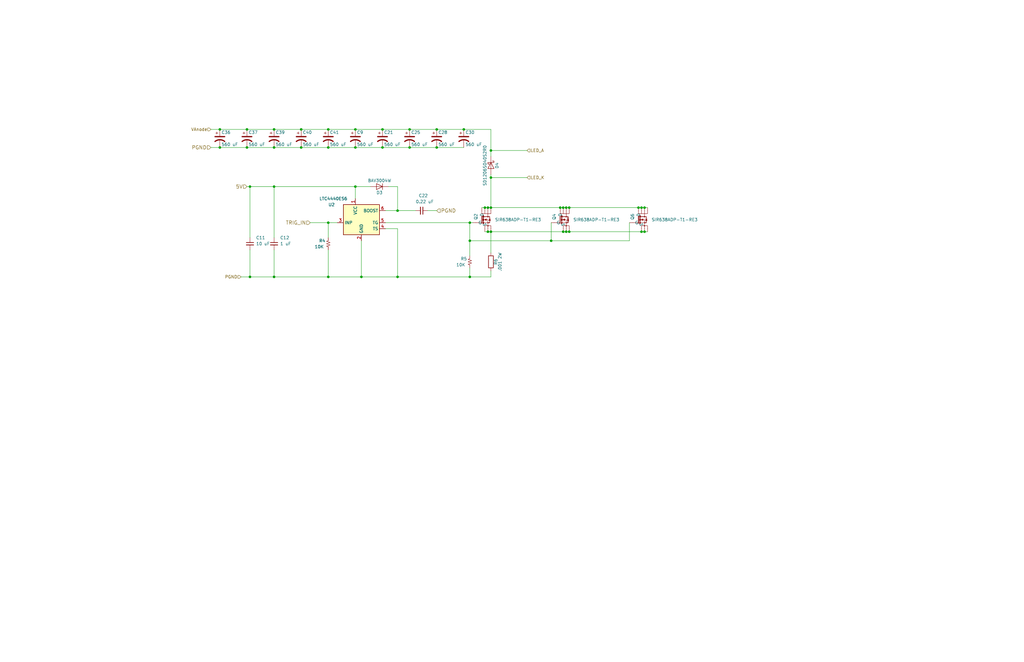
<source format=kicad_sch>
(kicad_sch (version 20230121) (generator eeschema)
  (paper "B")
  (title_block (title "BUM2 LED Controller") (date "2023-01-10") (rev "B"))
  (lib_symbols
    (symbol "CBT-140-Control-rescue:CP1" (pin_numbers hide) (pin_names (offset 0.254) hide)
      (property "Reference" "C" (at 0.635 2.54 0))
      (property "Value" "CP1" (at 0.635 -2.54 0))
      (symbol "CP1_0_1"
        (polyline (pts (xy -2.032 0.762) (xy 2.032 0.762)) (stroke (width 0.508)))
        (polyline (pts (xy -1.778 2.286) (xy -0.762 2.286)))
        (polyline (pts (xy -1.27 1.778) (xy -1.27 2.794)))
        (arc (start 2.032 -1.27) (mid 0 -0.5572) (end -2.032 -1.27) (stroke (width 0.508)))
      )
      (symbol "CP1_1_1"
        (pin passive line (at 0 3.81 270) (length 2.794) (name "~") (number "1"))
        (pin passive line (at 0 -3.81 90) (length 3.302) (name "~") (number "2"))
      )
    )
    (symbol "CBT-140-Control-rescue:C_Small" (pin_numbers hide) (pin_names (offset 0.254) hide)
      (property "Reference" "C" (at 0.254 1.778 0))
      (property "Value" "C_Small" (at 0.254 -2.032 0))
      (symbol "C_Small_0_1"
        (polyline (pts (xy -1.524 -0.508) (xy 1.524 -0.508)) (stroke (width 0.3302)))
        (polyline (pts (xy -1.524 0.508) (xy 1.524 0.508)) (stroke (width 0.3048)))
      )
      (symbol "C_Small_1_1"
        (pin passive line (at 0 2.54 270) (length 2.032) (name "~") (number "1"))
        (pin passive line (at 0 -2.54 90) (length 2.032) (name "~") (number "2"))
      )
    )
    (symbol "CBT-140-Control-rescue:D" (pin_numbers hide) (pin_names (offset 1.016) hide)
      (property "Reference" "D" (at 0 2.54 0))
      (property "Value" "D" (at 0 -2.54 0))
      (symbol "D_0_1"
        (polyline (pts (xy -1.27 1.27) (xy -1.27 -1.27)) (stroke (width 0.2032)))
        (polyline (pts (xy 1.27 0) (xy -1.27 0)))
        (polyline (pts (xy 1.27 1.27) (xy 1.27 -1.27) (xy -1.27 0) (xy 1.27 1.27)) (stroke (width 0.2032)))
      )
      (symbol "D_1_1"
        (pin passive line (at -3.81 0 0) (length 2.54) (name "K") (number "1"))
        (pin passive line (at 3.81 0 180) (length 2.54) (name "A") (number "2"))
      )
    )
    (symbol "CBT-140-Control-rescue:D_Schottky" (pin_numbers hide) (pin_names (offset 1.016) hide)
      (property "Reference" "D" (at 0 2.54 0))
      (property "Value" "D_Schottky" (at 0 -2.54 0))
      (symbol "D_Schottky_0_1"
        (polyline (pts (xy 1.27 0) (xy -1.27 0)))
        (polyline (pts (xy 1.27 1.27) (xy 1.27 -1.27) (xy -1.27 0) (xy 1.27 1.27)) (stroke (width 0.2032)))
        (polyline (pts (xy -1.905 0.635) (xy -1.905 1.27) (xy -1.27 1.27) (xy -1.27 -1.27) (xy -0.635 -1.27) (xy -0.635 -0.635)) (stroke (width 0.2032)))
      )
      (symbol "D_Schottky_1_1"
        (pin passive line (at -3.81 0 0) (length 2.54) (name "K") (number "1"))
        (pin passive line (at 3.81 0 180) (length 2.54) (name "A") (number "2"))
      )
    )
    (symbol "CBT-140-Control-rescue:R" (pin_numbers hide) (pin_names (offset 0))
      (property "Reference" "R" (at 2.032 0 90))
      (property "Value" "R" (at 0 0 90))
      (symbol "R_0_1"
        (rectangle (start -1.016 -2.54) (end 1.016 2.54) (stroke (width 0.254)))
      )
      (symbol "R_1_1"
        (pin passive line (at 0 3.81 270) (length 1.27) (name "~") (number "1"))
        (pin passive line (at 0 -3.81 90) (length 1.27) (name "~") (number "2"))
      )
    )
    (symbol "Driver_FET:LTC4440ES6"
      (property "Reference" "U" (at -7.62 8.89 0))
      (property "Value" "LTC4440ES6" (at -1.27 8.89 0))
      (symbol "LTC4440ES6_0_1"
        (rectangle (start -7.62 7.62) (end 7.62 -5.08) (stroke (width 0.254)) (fill (type background)))
      )
      (symbol "LTC4440ES6_1_1"
        (pin power_in line (at -2.54 10.16 270) (length 2.54) (name "VCC") (number "1"))
        (pin power_in line (at 0 -7.62 90) (length 2.54) (name "GND") (number "2"))
        (pin input line (at -10.16 0 0) (length 2.54) (name "INP") (number "3"))
        (pin input line (at 10.16 -2.54 180) (length 2.54) (name "TS") (number "4"))
        (pin output line (at 10.16 0 180) (length 2.54) (name "TG") (number "5"))
        (pin input line (at 10.16 5.08 180) (length 2.54) (name "BOOST") (number "6"))
      )
    )
    (symbol "Dual-Mag-Camera-Control-rescue:C_Small-SPC-Control-rescue" (pin_numbers hide) (pin_names (offset 0.254) hide)
      (property "Reference" "C" (at 0.254 1.778 0))
      (property "Value" "C_Small-SPC-Control-rescue" (at 0.254 -2.032 0))
      (symbol "C_Small-SPC-Control-rescue_0_1"
        (polyline (pts (xy -1.524 -0.508) (xy 1.524 -0.508)) (stroke (width 0.3302)))
        (polyline (pts (xy -1.524 0.508) (xy 1.524 0.508)) (stroke (width 0.3048)))
      )
      (symbol "C_Small-SPC-Control-rescue_1_1"
        (pin passive line (at 0 2.54 270) (length 2.032) (name "~") (number "1"))
        (pin passive line (at 0 -2.54 90) (length 2.032) (name "~") (number "2"))
      )
    )
    (symbol "Dual-Mag-Camera-Control-rescue:Resistor_small-SPC-Control-rescue-DeathStar-rescue-BUMP-Control-rescue" (pin_numbers hide) (pin_names (offset 0))
      (property "Reference" "R" (at 2.032 0 90))
      (property "Value" "Resistor_small-SPC-Control-rescue-DeathStar-rescue-BUMP-Control-rescue" (at -2.032 0.254 90))
      (symbol "Resistor_small-SPC-Control-rescue-DeathStar-rescue-BUMP-Control-rescue_0_1"
        (polyline (pts (xy 0 1.27) (xy -0.762 1.016) (xy 0.762 0.508) (xy -0.762 0) (xy 0.762 -0.508) (xy -0.762 -1.016) (xy 0 -1.27)))
      )
      (symbol "Resistor_small-SPC-Control-rescue-DeathStar-rescue-BUMP-Control-rescue_1_1"
        (pin passive line (at 0 2.54 270) (length 1.27) (name "~") (number "1"))
        (pin passive line (at 0 -2.54 90) (length 1.27) (name "~") (number "2"))
      )
    )
    (symbol "Dual-Mag-Camera-Control-rescue:SiSA72DN-ProjectDevices" (pin_names (offset 1.016))
      (property "Reference" "Q" (at 3.81 1.27 0))
      (property "Value" "SiSA72DN-ProjectDevices" (at -15.24 6.35 0))
      (symbol "SiSA72DN-ProjectDevices_1_1"
        (circle (center 0 -2.54) (radius 0.127))
        (circle (center 0 -2.54) (radius 0.127))
        (circle (center 0 -2.54) (radius 0.127))
        (circle (center 0 -2.54) (radius 0.127))
        (circle (center 0 -1.27) (radius 0.127))
        (polyline (pts (xy -5.08 -1.27) (xy -3.81 -1.27)))
        (polyline (pts (xy -2.54 -1.27) (xy -3.81 -1.27)))
        (polyline (pts (xy -1.905 -1.016) (xy -1.905 -1.651)) (stroke (width 0.508)))
        (polyline (pts (xy -1.905 0.381) (xy -1.905 -0.381)) (stroke (width 0.508)))
        (polyline (pts (xy -1.905 0.381) (xy -1.905 -0.381)) (stroke (width 0.508)))
        (polyline (pts (xy -1.905 1.651) (xy -1.905 1.016)) (stroke (width 0.508)))
        (polyline (pts (xy -1.905 1.651) (xy -1.905 1.016)) (stroke (width 0.508)))
        (polyline (pts (xy -1.778 -1.27) (xy 0 -1.27)))
        (polyline (pts (xy -1.778 1.27) (xy 0 1.27)))
        (polyline (pts (xy -1.778 1.27) (xy 0 1.27)))
        (polyline (pts (xy -1.778 1.27) (xy 0 1.27)))
        (polyline (pts (xy -1.778 1.27) (xy 0 1.27)))
        (polyline (pts (xy -1.27 3.81) (xy -1.27 2.54)))
        (polyline (pts (xy 0 -2.54) (xy 0 -3.81)))
        (polyline (pts (xy 0 -1.27) (xy 0 -2.54)))
        (polyline (pts (xy 0 3.81) (xy 0 2.54)))
        (polyline (pts (xy 0.381 0.254) (xy 1.143 0.254)))
        (polyline (pts (xy -2.54 1.524) (xy -2.54 -1.524) (xy -2.54 -1.524)) (stroke (width 0.254)))
        (polyline (pts (xy -2.54 1.524) (xy -2.54 -1.524) (xy -2.54 -1.524)) (stroke (width 0.254)))
        (polyline (pts (xy -1.778 0) (xy 0 0) (xy 0 -1.27)))
        (polyline (pts (xy 0 -2.54) (xy -1.27 -2.54) (xy -1.27 -3.81)))
        (polyline (pts (xy 0 -2.54) (xy 1.27 -2.54) (xy 1.27 -3.81)))
        (polyline (pts (xy 1.27 3.81) (xy 1.27 2.54) (xy 0 2.54)))
        (polyline (pts (xy -2.54 3.81) (xy -2.54 2.54) (xy 0 2.54) (xy 0 1.27)))
        (polyline (pts (xy -1.397 0) (xy -0.635 -0.381) (xy -0.635 0.381) (xy -1.397 0)) (fill (type outline)))
        (polyline (pts (xy 0 -1.27) (xy 0.762 -1.27) (xy 0.762 1.27) (xy 0 1.27)))
        (polyline (pts (xy 0 -1.27) (xy 0.762 -1.27) (xy 0.762 1.27) (xy 0 1.27)))
        (polyline (pts (xy 0 -1.27) (xy 0.762 -1.27) (xy 0.762 1.27) (xy 0 1.27)))
        (polyline (pts (xy 0 -1.27) (xy 0.762 -1.27) (xy 0.762 1.27) (xy 0 1.27)))
        (polyline (pts (xy 0.762 0.254) (xy 1.143 -0.381) (xy 0.381 -0.381) (xy 0.762 0.254)) (fill (type outline)))
        (circle (center 0 1.27) (radius 0.127))
        (circle (center 0 1.27) (radius 0.127))
        (circle (center 0 1.27) (radius 0.127))
        (circle (center 0 1.27) (radius 0.127))
        (pin power_in line (at 1.27 -5.08 90) (length 1.27) (name "S") (number "1"))
        (pin bidirectional line (at -1.27 -5.08 90) (length 1.27) (name "S") (number "2"))
        (pin bidirectional line (at 0 -5.08 90) (length 1.27) (name "S") (number "3"))
        (pin passive line (at -6.35 -1.27 0) (length 1.27) (name "G") (number "4"))
        (pin passive line (at -2.54 5.08 270) (length 1.27) (name "D") (number "5"))
        (pin power_in line (at -1.27 5.08 270) (length 1.27) (name "D") (number "5"))
        (pin power_in line (at 0 5.08 270) (length 1.27) (name "D") (number "5"))
        (pin power_in line (at 1.27 5.08 270) (length 1.27) (name "D") (number "5"))
      )
    )
  )
  (junction (at 167.64 116.84))
  (junction (at 184.15 54.61))
  (junction (at 152.4 116.84))
  (junction (at 184.15 62.23))
  (junction (at 198.12 116.84))
  (junction (at 172.72 62.23))
  (junction (at 104.14 54.61))
  (junction (at 207.01 87.63))
  (junction (at 270.51 97.79))
  (junction (at 207.01 97.79))
  (junction (at 236.22 87.63))
  (junction (at 149.86 78.74))
  (junction (at 138.43 116.84))
  (junction (at 115.57 78.74))
  (junction (at 104.14 62.23))
  (junction (at 198.12 93.98))
  (junction (at 138.43 93.98))
  (junction (at 127 62.23))
  (junction (at 271.78 87.63))
  (junction (at 172.72 54.61))
  (junction (at 205.74 97.79))
  (junction (at 270.51 87.63))
  (junction (at 127 54.61))
  (junction (at 232.41 101.6))
  (junction (at 238.76 97.79))
  (junction (at 207.01 63.5))
  (junction (at 205.74 87.63))
  (junction (at 240.03 87.63))
  (junction (at 204.47 87.63))
  (junction (at 149.86 62.23))
  (junction (at 240.03 97.79))
  (junction (at 269.24 87.63))
  (junction (at 237.49 97.79))
  (junction (at 198.12 101.6))
  (junction (at 115.57 62.23))
  (junction (at 105.41 78.74))
  (junction (at 105.41 116.84))
  (junction (at 238.76 87.63))
  (junction (at 167.64 88.9))
  (junction (at 115.57 116.84))
  (junction (at 149.86 54.61))
  (junction (at 92.71 54.61))
  (junction (at 115.57 54.61))
  (junction (at 138.43 62.23))
  (junction (at 161.29 62.23))
  (junction (at 92.71 62.23))
  (junction (at 237.49 87.63))
  (junction (at 195.58 54.61))
  (junction (at 271.78 97.79))
  (junction (at 161.29 54.61))
  (junction (at 138.43 54.61))
  (junction (at 207.01 74.93))
  (wire (pts (xy 204.47 97.79) (xy 205.74 97.79)))
  (wire (pts (xy 271.78 97.79) (xy 273.05 97.79)))
  (wire (pts (xy 207.01 97.79) (xy 207.01 106.68)))
  (wire (pts (xy 271.78 87.63) (xy 273.05 87.63)))
  (wire (pts (xy 104.14 78.74) (xy 105.41 78.74)))
  (wire (pts (xy 149.86 62.23) (xy 161.29 62.23)))
  (wire (pts (xy 237.49 97.79) (xy 238.76 97.79)))
  (wire (pts (xy 138.43 54.61) (xy 149.86 54.61)))
  (wire (pts (xy 156.21 78.74) (xy 149.86 78.74)))
  (wire (pts (xy 184.15 54.61) (xy 195.58 54.61)))
  (wire (pts (xy 198.12 113.03) (xy 198.12 116.84)))
  (wire (pts (xy 115.57 116.84) (xy 138.43 116.84)))
  (wire (pts (xy 138.43 93.98) (xy 138.43 100.33)))
  (wire (pts (xy 115.57 78.74) (xy 149.86 78.74)))
  (wire (pts (xy 222.25 74.93) (xy 207.01 74.93)))
  (wire (pts (xy 104.14 54.61) (xy 115.57 54.61)))
  (wire (pts (xy 163.83 78.74) (xy 167.64 78.74)))
  (wire (pts (xy 232.41 93.98) (xy 232.41 101.6)))
  (wire (pts (xy 203.2 87.63) (xy 204.47 87.63)))
  (wire (pts (xy 167.64 116.84) (xy 152.4 116.84)))
  (wire (pts (xy 105.41 78.74) (xy 105.41 100.33)))
  (wire (pts (xy 207.01 54.61) (xy 207.01 63.5)))
  (wire (pts (xy 265.43 101.6) (xy 265.43 93.98)))
  (wire (pts (xy 204.47 87.63) (xy 205.74 87.63)))
  (wire (pts (xy 138.43 116.84) (xy 152.4 116.84)))
  (wire (pts (xy 138.43 93.98) (xy 142.24 93.98)))
  (wire (pts (xy 207.01 114.3) (xy 207.01 116.84)))
  (wire (pts (xy 207.01 74.93) (xy 207.01 87.63)))
  (wire (pts (xy 88.9 54.61) (xy 92.71 54.61)))
  (wire (pts (xy 138.43 105.41) (xy 138.43 116.84)))
  (wire (pts (xy 105.41 116.84) (xy 115.57 116.84)))
  (wire (pts (xy 162.56 96.52) (xy 167.64 96.52)))
  (wire (pts (xy 207.01 63.5) (xy 207.01 66.04)))
  (wire (pts (xy 184.15 62.23) (xy 195.58 62.23)))
  (wire (pts (xy 115.57 105.41) (xy 115.57 116.84)))
  (wire (pts (xy 269.24 87.63) (xy 270.51 87.63)))
  (wire (pts (xy 195.58 54.61) (xy 207.01 54.61)))
  (wire (pts (xy 161.29 54.61) (xy 172.72 54.61)))
  (wire (pts (xy 205.74 87.63) (xy 207.01 87.63)))
  (wire (pts (xy 180.34 88.9) (xy 184.15 88.9)))
  (wire (pts (xy 149.86 54.61) (xy 161.29 54.61)))
  (wire (pts (xy 127 54.61) (xy 138.43 54.61)))
  (wire (pts (xy 237.49 87.63) (xy 238.76 87.63)))
  (wire (pts (xy 238.76 97.79) (xy 240.03 97.79)))
  (wire (pts (xy 115.57 54.61) (xy 127 54.61)))
  (wire (pts (xy 222.25 63.5) (xy 207.01 63.5)))
  (wire (pts (xy 238.76 87.63) (xy 240.03 87.63)))
  (wire (pts (xy 115.57 62.23) (xy 127 62.23)))
  (wire (pts (xy 130.81 93.98) (xy 138.43 93.98)))
  (wire (pts (xy 236.22 87.63) (xy 237.49 87.63)))
  (wire (pts (xy 240.03 97.79) (xy 270.51 97.79)))
  (wire (pts (xy 162.56 88.9) (xy 167.64 88.9)))
  (wire (pts (xy 88.9 62.23) (xy 92.71 62.23)))
  (wire (pts (xy 92.71 62.23) (xy 104.14 62.23)))
  (wire (pts (xy 104.14 62.23) (xy 115.57 62.23)))
  (wire (pts (xy 162.56 93.98) (xy 198.12 93.98)))
  (wire (pts (xy 161.29 62.23) (xy 172.72 62.23)))
  (wire (pts (xy 172.72 54.61) (xy 184.15 54.61)))
  (wire (pts (xy 138.43 62.23) (xy 149.86 62.23)))
  (wire (pts (xy 207.01 116.84) (xy 198.12 116.84)))
  (wire (pts (xy 105.41 78.74) (xy 115.57 78.74)))
  (wire (pts (xy 198.12 101.6) (xy 198.12 107.95)))
  (wire (pts (xy 232.41 101.6) (xy 265.43 101.6)))
  (wire (pts (xy 127 62.23) (xy 138.43 62.23)))
  (wire (pts (xy 207.01 73.66) (xy 207.01 74.93)))
  (wire (pts (xy 101.6 116.84) (xy 105.41 116.84)))
  (wire (pts (xy 167.64 78.74) (xy 167.64 88.9)))
  (wire (pts (xy 105.41 105.41) (xy 105.41 116.84)))
  (wire (pts (xy 207.01 97.79) (xy 237.49 97.79)))
  (wire (pts (xy 198.12 101.6) (xy 232.41 101.6)))
  (wire (pts (xy 172.72 62.23) (xy 184.15 62.23)))
  (wire (pts (xy 198.12 93.98) (xy 198.12 101.6)))
  (wire (pts (xy 152.4 101.6) (xy 152.4 116.84)))
  (wire (pts (xy 198.12 93.98) (xy 199.39 93.98)))
  (wire (pts (xy 205.74 97.79) (xy 207.01 97.79)))
  (wire (pts (xy 167.64 96.52) (xy 167.64 116.84)))
  (wire (pts (xy 198.12 116.84) (xy 167.64 116.84)))
  (wire (pts (xy 149.86 78.74) (xy 149.86 83.82)))
  (wire (pts (xy 270.51 97.79) (xy 271.78 97.79)))
  (wire (pts (xy 92.71 54.61) (xy 104.14 54.61)))
  (wire (pts (xy 115.57 78.74) (xy 115.57 100.33)))
  (wire (pts (xy 167.64 88.9) (xy 175.26 88.9)))
  (wire (pts (xy 270.51 87.63) (xy 271.78 87.63)))
  (wire (pts (xy 207.01 87.63) (xy 236.22 87.63)))
  (wire (pts (xy 240.03 87.63) (xy 269.24 87.63)))
  (hierarchical_label "LED_K" (shape input) (at 222.25 74.93 0))
  (hierarchical_label "PGND" (shape input) (at 88.9 62.23 180) (effects (font (size 1.524 1.524))))
  (hierarchical_label "VAnode" (shape input) (at 88.9 54.61 180))
  (hierarchical_label "TRIG_IN" (shape input) (at 130.81 93.98 180) (effects (font (size 1.524 1.524))))
  (hierarchical_label "PGND" (shape input) (at 184.15 88.9 0) (effects (font (size 1.524 1.524))))
  (hierarchical_label "PGND" (shape input) (at 101.6 116.84 180))
  (hierarchical_label "LED_A" (shape input) (at 222.25 63.5 0))
  (hierarchical_label "5V" (shape input) (at 104.14 78.74 180) (effects (font (size 1.524 1.524))))
  (symbol (lib_id "CBT-140-Control-rescue:R") (at 207.01 110.49 0) (unit 1)
    (property "Reference" "R6" (at 209.042 110.49 90))
    (property "Value" ".001 2W" (at 210.82 110.49 90))
    (property "Footprint" "Resistor_SMD:R_2512_6332Metric" (effects hide))
    (property "Datasheet" "https://www.vishay.com/doc?30193" (effects hide))
    (property "Part Number" "541-WSLF25121L000JEACT-ND" (effects hide))
    (property "Supplier" "Digikey" (effects hide))
    (property "Link" "https://www.digikey.com/en/products/detail/vishay-dale/WSLF25121L000JEA/9755175" (effects hide))
    (instances (project "System-Controller" (path "" (reference "R6") (unit 1)) (path "" (reference "R3") (unit 1))))
  )
  (symbol (lib_id "CBT-140-Control-rescue:D") (at 160.02 78.74 180) (unit 1)
    (property "Reference" "D3" (at 160.02 81.28 0))
    (property "Value" "BAV3004W" (at 160.02 76.2 0))
    (property "Footprint" "Diode_SMD:D_SOD-123" (effects hide))
    (property "Datasheet" "https://www.diodes.com/assets/Datasheets/ds30371.pdf" (effects hide))
    (property "Part Number" "BAV3004W-FDICT-ND" (effects hide))
    (property "Supplier" "Digikey" (effects hide))
    (property "Link" "https://www.digikey.com/product-detail/en/diodes-incorporated/BAV3004W-7-F/BAV3004W-FDICT-ND/815365" (effects hide))
    (instances (project "System-Controller" (path "" (reference "D3") (unit 1)) (path "" (reference "D1") (unit 1))))
  )
  (symbol (lib_id "CBT-140-Control-rescue:C_Small") (at 177.8 88.9 270) (unit 1)
    (property "Reference" "C22" (at 176.53 82.55 90) (effects (justify left)))
    (property "Value" "0.22 uF" (at 175.26 85.09 90) (effects (justify left)))
    (property "Footprint" "Capacitor_SMD:C_0603_1608Metric" (effects hide))
    (property "Datasheet" "http://search.murata.co.jp/Ceramy/image/img/A01X/G101/ENG/GCJ188R71H224KA01-01.pdf" (effects hide))
    (property "Part Number" "490-14410-1-ND" (effects hide))
    (property "Supplier" "Digikey" (effects hide))
    (property "Link" "https://www.digikey.com/product-detail/en/murata-electronics-north-america/GCJ188R71H224KA01D/490-14410-1-ND/6606871" (effects hide))
    (instances (project "System-Controller" (path "" (reference "C22") (unit 1)) (path "" (reference "C5") (unit 1))))
  )
  (symbol (lib_id "CBT-140-Control-rescue:D_Schottky") (at 207.01 69.85 270) (unit 1)
    (property "Reference" "D4" (at 209.55 69.85 0))
    (property "Value" "SD1206S040S2R0" (at 204.47 69.85 0))
    (property "Footprint" "Diode_SMD:D_1206_3216Metric" (effects hide))
    (property "Datasheet" "https://datasheets.kyocera-avx.com/schottky.pdf" (effects hide))
    (property "Part Number" "478-7806-1-ND" (effects hide))
    (property "Supplier" "Digikey" (effects hide))
    (property "Link" "https://www.digikey.com/en/products/detail/kyocera-avx/SD1206S040S2R0/3749537" (effects hide))
    (instances (project "System-Controller" (path "" (reference "D4") (unit 1)) (path "" (reference "D2") (unit 1))))
  )
  (symbol (lib_id "Dual-Mag-Camera-Control-rescue:SiSA72DN-ProjectDevices") (at 205.74 92.71 0) (unit 1)
    (property "Reference" "Q2" (at 200.66 91.44 90))
    (property "Value" "SIR638ADP-T1-RE3" (at 218.44 92.71 0))
    (property "Footprint" "Package_SO:PowerPAK_SO-8_Single" (effects hide))
    (property "Datasheet" "https://www.vishay.com/docs/75297/sir638adp.pdf" (effects hide))
    (property "Part Number" "SIR638ADP-T1-RE3CT-ND" (effects hide))
    (property "Supplier" "Digikey" (effects hide))
    (property "Link" "https://www.digikey.com/en/products/detail/vishay-siliconix/SIR638ADP-T1-RE3/7616342" (effects hide))
    (instances (project "System-Controller" (path "" (reference "Q2") (unit 1)) (path "" (reference "Q1") (unit 1))))
  )
  (symbol (lib_id "Dual-Mag-Camera-Control-rescue:C_Small-SPC-Control-rescue") (at 115.57 102.87 0) (unit 1)
    (property "Reference" "C12" (at 118.11 100.33 0) (effects (justify left)))
    (property "Value" "1 uF" (at 118.11 102.87 0) (effects (justify left)))
    (property "Footprint" "Capacitor_SMD:C_0805_2012Metric" (effects hide))
    (property "Datasheet" "https://www.yageo.com/upload/media/product/productsearch/datasheet/mlcc/UPY-GPHC_X7R_6.3V-to-50V_18.pdf" (effects hide))
    (property "Part Number" "311-3498-1-ND" (effects hide))
    (property "Supplier" "Digikey" (effects hide))
    (property "Link" "https://www.digikey.com/product-detail/en/yageo/CC0805JKX7R9BB105/311-3498-1-ND/7164519" (effects hide))
    (instances (project "System-Controller" (path "" (reference "C12") (unit 1)) (path "" (reference "C2") (unit 1))))
  )
  (symbol (lib_id "CBT-140-Control-rescue:CP1") (at 92.71 58.42 0) (unit 1)
    (property "Reference" "C36" (at 93.345 55.88 0) (effects (justify left)))
    (property "Value" "560 uF" (at 93.345 60.96 0) (effects (justify left)))
    (property "Footprint" "Capacitor_SMD:CP_Elec_8x11.9" (effects hide))
    (property "Datasheet" "https://industrial.panasonic.com/ww/products/pt/os-con/models/16SVPF560M" (effects hide))
    (property "Part Number" "P16481TR-ND" (effects hide))
    (property "Supplier" "Digikey" (effects hide))
    (property "Link" "https://www.digikey.com/en/products/detail/panasonic-electronic-components/16SVPF560M/4204813" (effects hide))
    (instances (project "System-Controller" (path "" (reference "C36") (unit 1)) (path "" (reference "C31") (unit 1))))
  )
  (symbol (lib_id "Dual-Mag-Camera-Control-rescue:SiSA72DN-ProjectDevices") (at 238.76 92.71 0) (unit 1)
    (property "Reference" "Q4" (at 233.68 91.44 90))
    (property "Value" "SIR638ADP-T1-RE3" (at 251.46 92.71 0))
    (property "Footprint" "Package_SO:PowerPAK_SO-8_Single" (effects hide))
    (property "Datasheet" "https://www.vishay.com/docs/75297/sir638adp.pdf" (effects hide))
    (property "Part Number" "SIR638ADP-T1-RE3CT-ND" (effects hide))
    (property "Supplier" "Digikey" (effects hide))
    (property "Link" "https://www.digikey.com/en/products/detail/vishay-siliconix/SIR638ADP-T1-RE3/7616342" (effects hide))
    (instances (project "System-Controller" (path "" (reference "Q4") (unit 1)) (path "" (reference "Q3") (unit 1))))
  )
  (symbol (lib_id "Dual-Mag-Camera-Control-rescue:C_Small-SPC-Control-rescue") (at 105.41 102.87 0) (unit 1)
    (property "Reference" "C11" (at 107.95 100.33 0) (effects (justify left)))
    (property "Value" "10 uF" (at 107.95 102.87 0) (effects (justify left)))
    (property "Footprint" "Capacitor_SMD:C_0805_2012Metric" (effects hide))
    (property "Datasheet" "https://www.yuden.co.jp/productdata/catalog/mlcc06_e.pdf" (effects hide))
    (property "Part Number" "587-3319-1-ND" (effects hide))
    (property "Supplier" "Digikey" (effects hide))
    (property "Link" "https://www.digikey.com/en/products/detail/taiyo-yuden/EMK212BB7106MG-T/4157444" (effects hide))
    (instances (project "System-Controller" (path "" (reference "C11") (unit 1)) (path "" (reference "C1") (unit 1))))
  )
  (symbol (lib_id "CBT-140-Control-rescue:CP1") (at 149.86 58.42 0) (unit 1)
    (property "Reference" "C9" (at 150.495 55.88 0) (effects (justify left)))
    (property "Value" "560 uF" (at 150.495 60.96 0) (effects (justify left)))
    (property "Footprint" "Capacitor_SMD:CP_Elec_8x11.9" (effects hide))
    (property "Datasheet" "https://industrial.panasonic.com/ww/products/pt/os-con/models/16SVPF560M" (effects hide))
    (property "Part Number" "P16481TR-ND" (effects hide))
    (property "Supplier" "Digikey" (effects hide))
    (property "Link" "https://www.digikey.com/en/products/detail/panasonic-electronic-components/16SVPF560M/4204813" (effects hide))
    (instances (project "System-Controller" (path "" (reference "C9") (unit 1)) (path "" (reference "C4") (unit 1))))
  )
  (symbol (lib_id "CBT-140-Control-rescue:CP1") (at 115.57 58.42 0) (unit 1)
    (property "Reference" "C39" (at 116.205 55.88 0) (effects (justify left)))
    (property "Value" "560 uF" (at 116.205 60.96 0) (effects (justify left)))
    (property "Footprint" "Capacitor_SMD:CP_Elec_8x11.9" (effects hide))
    (property "Datasheet" "https://industrial.panasonic.com/ww/products/pt/os-con/models/16SVPF560M" (effects hide))
    (property "Part Number" "P16481TR-ND" (effects hide))
    (property "Supplier" "Digikey" (effects hide))
    (property "Link" "https://www.digikey.com/en/products/detail/panasonic-electronic-components/16SVPF560M/4204813" (effects hide))
    (instances (project "System-Controller" (path "" (reference "C39") (unit 1)) (path "" (reference "C33") (unit 1))))
  )
  (symbol (lib_id "Dual-Mag-Camera-Control-rescue:SiSA72DN-ProjectDevices") (at 271.78 92.71 0) (unit 1)
    (property "Reference" "Q6" (at 266.7 91.44 90))
    (property "Value" "SIR638ADP-T1-RE3" (at 284.48 92.71 0))
    (property "Footprint" "Package_SO:PowerPAK_SO-8_Single" (effects hide))
    (property "Datasheet" "https://www.vishay.com/docs/75297/sir638adp.pdf" (effects hide))
    (property "Part Number" "SIR638ADP-T1-RE3CT-ND" (effects hide))
    (property "Supplier" "Digikey" (effects hide))
    (property "Link" "https://www.digikey.com/en/products/detail/vishay-siliconix/SIR638ADP-T1-RE3/7616342" (effects hide))
    (instances (project "System-Controller" (path "" (reference "Q6") (unit 1)) (path "" (reference "Q5") (unit 1))))
  )
  (symbol (lib_id "CBT-140-Control-rescue:CP1") (at 127 58.42 0) (unit 1)
    (property "Reference" "C40" (at 127.635 55.88 0) (effects (justify left)))
    (property "Value" "560 uF" (at 127.635 60.96 0) (effects (justify left)))
    (property "Footprint" "Capacitor_SMD:CP_Elec_8x11.9" (effects hide))
    (property "Datasheet" "https://industrial.panasonic.com/ww/products/pt/os-con/models/16SVPF560M" (effects hide))
    (property "Part Number" "P16481TR-ND" (effects hide))
    (property "Supplier" "Digikey" (effects hide))
    (property "Link" "https://www.digikey.com/en/products/detail/panasonic-electronic-components/16SVPF560M/4204813" (effects hide))
    (instances (project "System-Controller" (path "" (reference "C40") (unit 1)) (path "" (reference "C34") (unit 1))))
  )
  (symbol (lib_id "CBT-140-Control-rescue:CP1") (at 195.58 58.42 0) (unit 1)
    (property "Reference" "C30" (at 196.215 55.88 0) (effects (justify left)))
    (property "Value" "560 uF" (at 196.215 60.96 0) (effects (justify left)))
    (property "Footprint" "Capacitor_SMD:CP_Elec_8x11.9" (effects hide))
    (property "Datasheet" "https://industrial.panasonic.com/ww/products/pt/os-con/models/16SVPF560M" (effects hide))
    (property "Part Number" "P16481TR-ND" (effects hide))
    (property "Supplier" "Digikey" (effects hide))
    (property "Link" "https://www.digikey.com/en/products/detail/panasonic-electronic-components/16SVPF560M/4204813" (effects hide))
    (instances (project "System-Controller" (path "" (reference "C30") (unit 1)) (path "" (reference "C29") (unit 1))))
  )
  (symbol (lib_id "Dual-Mag-Camera-Control-rescue:Resistor_small-SPC-Control-rescue-DeathStar-rescue-BUMP-Control-rescue") (at 198.12 110.49 0) (unit 1)
    (property "Reference" "R5" (at 195.58 109.22 0))
    (property "Value" "10K" (at 194.31 111.76 0))
    (property "Footprint" "Resistor_SMD:R_0603_1608Metric" (effects hide))
    (property "Datasheet" "https://www.yageo.com/upload/media/product/productsearch/datasheet/rchip/PYu-AC_51_RoHS_L_9.pdf" (effects hide))
    (property "Part Number" "311-10KLDCT-ND" (effects hide))
    (property "Supplier" "Digikey" (effects hide))
    (property "Link" "https://www.digikey.com/en/products/detail/yageo/AC0603FR-0710KL/2827814" (effects hide))
    (instances (project "System-Controller" (path "" (reference "R5") (unit 1)) (path "" (reference "R2") (unit 1))))
  )
  (symbol (lib_id "CBT-140-Control-rescue:CP1") (at 104.14 58.42 0) (unit 1)
    (property "Reference" "C37" (at 104.775 55.88 0) (effects (justify left)))
    (property "Value" "560 uF" (at 104.775 60.96 0) (effects (justify left)))
    (property "Footprint" "Capacitor_SMD:CP_Elec_8x11.9" (effects hide))
    (property "Datasheet" "https://industrial.panasonic.com/ww/products/pt/os-con/models/16SVPF560M" (effects hide))
    (property "Part Number" "P16481TR-ND" (effects hide))
    (property "Supplier" "Digikey" (effects hide))
    (property "Link" "https://www.digikey.com/en/products/detail/panasonic-electronic-components/16SVPF560M/4204813" (effects hide))
    (instances (project "System-Controller" (path "" (reference "C37") (unit 1)) (path "" (reference "C32") (unit 1))))
  )
  (symbol (lib_id "CBT-140-Control-rescue:CP1") (at 184.15 58.42 0) (unit 1)
    (property "Reference" "C28" (at 184.785 55.88 0) (effects (justify left)))
    (property "Value" "560 uF" (at 184.785 60.96 0) (effects (justify left)))
    (property "Footprint" "Capacitor_SMD:CP_Elec_8x11.9" (effects hide))
    (property "Datasheet" "https://industrial.panasonic.com/ww/products/pt/os-con/models/16SVPF560M" (effects hide))
    (property "Part Number" "P16481TR-ND" (effects hide))
    (property "Supplier" "Digikey" (effects hide))
    (property "Link" "https://www.digikey.com/en/products/detail/panasonic-electronic-components/16SVPF560M/4204813" (effects hide))
    (instances (project "System-Controller" (path "" (reference "C28") (unit 1)) (path "" (reference "C24") (unit 1))))
  )
  (symbol (lib_id "CBT-140-Control-rescue:CP1") (at 161.29 58.42 0) (unit 1)
    (property "Reference" "C21" (at 161.925 55.88 0) (effects (justify left)))
    (property "Value" "560 uF" (at 161.925 60.96 0) (effects (justify left)))
    (property "Footprint" "Capacitor_SMD:CP_Elec_8x11.9" (effects hide))
    (property "Datasheet" "https://industrial.panasonic.com/ww/products/pt/os-con/models/16SVPF560M" (effects hide))
    (property "Part Number" "P16481TR-ND" (effects hide))
    (property "Supplier" "Digikey" (effects hide))
    (property "Link" "https://www.digikey.com/en/products/detail/panasonic-electronic-components/16SVPF560M/4204813" (effects hide))
    (instances (project "System-Controller" (path "" (reference "C21") (unit 1)) (path "" (reference "C10") (unit 1))))
  )
  (symbol (lib_id "Dual-Mag-Camera-Control-rescue:Resistor_small-SPC-Control-rescue-DeathStar-rescue-BUMP-Control-rescue") (at 138.43 102.87 0) (unit 1)
    (property "Reference" "R4" (at 135.89 101.6 0))
    (property "Value" "10K" (at 134.62 104.14 0))
    (property "Footprint" "Resistor_SMD:R_0603_1608Metric" (effects hide))
    (property "Datasheet" "https://www.yageo.com/upload/media/product/productsearch/datasheet/rchip/PYu-AC_51_RoHS_L_9.pdf" (effects hide))
    (property "Part Number" "311-10KLDCT-ND" (effects hide))
    (property "Supplier" "Digikey" (effects hide))
    (property "Link" "https://www.digikey.com/en/products/detail/yageo/AC0603FR-0710KL/2827814" (effects hide))
    (instances (project "System-Controller" (path "" (reference "R4") (unit 1)) (path "" (reference "R1") (unit 1))))
  )
  (symbol (lib_id "CBT-140-Control-rescue:CP1") (at 138.43 58.42 0) (unit 1)
    (property "Reference" "C41" (at 139.065 55.88 0) (effects (justify left)))
    (property "Value" "560 uF" (at 139.065 60.96 0) (effects (justify left)))
    (property "Footprint" "Capacitor_SMD:CP_Elec_8x11.9" (effects hide))
    (property "Datasheet" "https://industrial.panasonic.com/ww/products/pt/os-con/models/16SVPF560M" (effects hide))
    (property "Part Number" "P16481TR-ND" (effects hide))
    (property "Supplier" "Digikey" (effects hide))
    (property "Link" "https://www.digikey.com/en/products/detail/panasonic-electronic-components/16SVPF560M/4204813" (effects hide))
    (instances (project "System-Controller" (path "" (reference "C41") (unit 1)) (path "" (reference "C35") (unit 1))))
  )
  (symbol (lib_id "Driver_FET:LTC4440ES6") (at 152.4 93.98 0) (unit 1)
    (property "Reference" "U2" (at 138.43 86.36 0) (effects (justify left)))
    (property "Value" "LTC4440ES6" (at 134.62 83.82 0) (effects (justify left)))
    (property "Footprint" "Package_TO_SOT_SMD:SOT-23-6" (effects hide))
    (property "Datasheet" "https://www.analog.com/media/en/technical-documentation/data-sheets/4440fb.pdf" (effects hide))
    (instances (project "System-Controller" (path "" (reference "U2") (unit 1)) (path "" (reference "U1") (unit 1))))
  )
  (symbol (lib_id "CBT-140-Control-rescue:CP1") (at 172.72 58.42 0) (unit 1)
    (property "Reference" "C25" (at 173.355 55.88 0) (effects (justify left)))
    (property "Value" "560 uF" (at 173.355 60.96 0) (effects (justify left)))
    (property "Footprint" "Capacitor_SMD:CP_Elec_8x11.9" (effects hide))
    (property "Datasheet" "https://industrial.panasonic.com/ww/products/pt/os-con/models/16SVPF560M" (effects hide))
    (property "Part Number" "P16481TR-ND" (effects hide))
    (property "Supplier" "Digikey" (effects hide))
    (property "Link" "https://www.digikey.com/en/products/detail/panasonic-electronic-components/16SVPF560M/4204813" (effects hide))
    (instances (project "System-Controller" (path "" (reference "C25") (unit 1)) (path "" (reference "C23") (unit 1))))
  )
)
</source>
